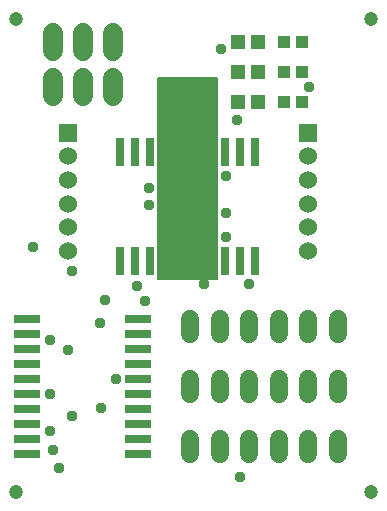
<source format=gbr>
G04 EAGLE Gerber X2 export*
%TF.Part,Single*%
%TF.FileFunction,Soldermask,Top,1*%
%TF.FilePolarity,Negative*%
%TF.GenerationSoftware,Autodesk,EAGLE,9.1.0*%
%TF.CreationDate,2018-11-28T00:36:44Z*%
G75*
%MOMM*%
%FSLAX34Y34*%
%LPD*%
%AMOC8*
5,1,8,0,0,1.08239X$1,22.5*%
G01*
%ADD10C,1.203200*%
%ADD11R,0.803200X2.403200*%
%ADD12R,1.524000X1.524000*%
%ADD13C,1.524000*%
%ADD14C,1.511200*%
%ADD15R,2.184400X0.762000*%
%ADD16R,1.003200X1.003200*%
%ADD17R,1.203200X1.303200*%
%ADD18C,1.727200*%
%ADD19C,0.959600*%

G36*
X190020Y199242D02*
X190020Y199242D01*
X190039Y199240D01*
X190141Y199262D01*
X190243Y199279D01*
X190260Y199288D01*
X190280Y199292D01*
X190369Y199345D01*
X190460Y199394D01*
X190474Y199408D01*
X190491Y199418D01*
X190558Y199497D01*
X190630Y199572D01*
X190638Y199590D01*
X190651Y199605D01*
X190690Y199701D01*
X190733Y199795D01*
X190735Y199815D01*
X190743Y199833D01*
X190761Y200000D01*
X190761Y370000D01*
X190758Y370020D01*
X190760Y370039D01*
X190738Y370141D01*
X190722Y370243D01*
X190712Y370260D01*
X190708Y370280D01*
X190655Y370369D01*
X190606Y370460D01*
X190592Y370474D01*
X190582Y370491D01*
X190503Y370558D01*
X190428Y370630D01*
X190410Y370638D01*
X190395Y370651D01*
X190299Y370690D01*
X190205Y370733D01*
X190185Y370735D01*
X190167Y370743D01*
X190000Y370761D01*
X140000Y370761D01*
X139980Y370758D01*
X139961Y370760D01*
X139859Y370738D01*
X139757Y370722D01*
X139740Y370712D01*
X139720Y370708D01*
X139631Y370655D01*
X139540Y370606D01*
X139526Y370592D01*
X139509Y370582D01*
X139442Y370503D01*
X139371Y370428D01*
X139362Y370410D01*
X139349Y370395D01*
X139310Y370299D01*
X139267Y370205D01*
X139265Y370185D01*
X139257Y370167D01*
X139239Y370000D01*
X139239Y200000D01*
X139242Y199980D01*
X139240Y199961D01*
X139262Y199859D01*
X139279Y199757D01*
X139288Y199740D01*
X139292Y199720D01*
X139345Y199631D01*
X139394Y199540D01*
X139408Y199526D01*
X139418Y199509D01*
X139497Y199442D01*
X139572Y199371D01*
X139590Y199362D01*
X139605Y199349D01*
X139701Y199310D01*
X139795Y199267D01*
X139815Y199265D01*
X139833Y199257D01*
X140000Y199239D01*
X190000Y199239D01*
X190020Y199242D01*
G37*
D10*
X20000Y420000D03*
X20000Y20000D03*
X320000Y420000D03*
X320000Y20000D03*
D11*
X120650Y215300D03*
X196850Y307300D03*
X107950Y215300D03*
X133350Y215300D03*
X146050Y215300D03*
X184150Y307300D03*
X209550Y307300D03*
X222250Y307300D03*
X171450Y215300D03*
X209550Y215300D03*
X158750Y215300D03*
X184150Y215300D03*
X222250Y215300D03*
X196850Y215300D03*
X171450Y307300D03*
X158750Y307300D03*
X146050Y307300D03*
X133350Y307300D03*
X120650Y307300D03*
X107950Y307300D03*
D12*
X266700Y324000D03*
D13*
X266700Y304000D03*
X266700Y284000D03*
X266700Y264000D03*
X266700Y244000D03*
X266700Y224000D03*
D12*
X63500Y324000D03*
D13*
X63500Y304000D03*
X63500Y284000D03*
X63500Y264000D03*
X63500Y244000D03*
X63500Y224000D03*
D14*
X292100Y166240D02*
X292100Y153160D01*
X267100Y153160D02*
X267100Y166240D01*
X242100Y166240D02*
X242100Y153160D01*
X217100Y153160D02*
X217100Y166240D01*
X192100Y166240D02*
X192100Y153160D01*
X167100Y153160D02*
X167100Y166240D01*
X292100Y64640D02*
X292100Y51560D01*
X267100Y51560D02*
X267100Y64640D01*
X242100Y64640D02*
X242100Y51560D01*
X217100Y51560D02*
X217100Y64640D01*
X192100Y64640D02*
X192100Y51560D01*
X167100Y51560D02*
X167100Y64640D01*
X292100Y102360D02*
X292100Y115440D01*
X267100Y115440D02*
X267100Y102360D01*
X242100Y102360D02*
X242100Y115440D01*
X217100Y115440D02*
X217100Y102360D01*
X192100Y102360D02*
X192100Y115440D01*
X167100Y115440D02*
X167100Y102360D01*
D15*
X123190Y51750D03*
X123190Y64450D03*
X123190Y77150D03*
X123190Y89850D03*
X123190Y102550D03*
X123190Y115250D03*
X123190Y127950D03*
X123190Y140650D03*
X123190Y153350D03*
X123190Y166050D03*
X29210Y166050D03*
X29210Y153350D03*
X29210Y140650D03*
X29210Y127950D03*
X29210Y115250D03*
X29210Y102550D03*
X29210Y89850D03*
X29210Y77150D03*
X29210Y64450D03*
X29210Y51750D03*
D16*
X246500Y401000D03*
X261500Y401000D03*
X246500Y375600D03*
X261500Y375600D03*
D17*
X207400Y401000D03*
X224400Y401000D03*
X207400Y375600D03*
X224400Y375600D03*
D16*
X246500Y350200D03*
X261500Y350200D03*
D17*
X207400Y350200D03*
X224400Y350200D03*
D18*
X101600Y393380D02*
X101600Y408620D01*
X76200Y408620D02*
X76200Y393380D01*
X50800Y393380D02*
X50800Y408620D01*
X101600Y370520D02*
X101600Y355280D01*
X76200Y355280D02*
X76200Y370520D01*
X50800Y370520D02*
X50800Y355280D01*
D19*
X177800Y330200D03*
X165100Y330200D03*
X152400Y330200D03*
X152400Y342900D03*
X165100Y342900D03*
X177800Y342900D03*
X177800Y355600D03*
X165100Y355600D03*
X152400Y355600D03*
X48633Y102921D03*
X104052Y115362D03*
X193401Y394719D03*
X178698Y195663D03*
X66729Y83694D03*
X209235Y32799D03*
X206973Y334776D03*
X132327Y277571D03*
X91611Y90480D03*
X95004Y182091D03*
X66729Y206973D03*
X33930Y227331D03*
X128934Y181615D03*
X197925Y255606D03*
X268047Y363051D03*
X132327Y262392D03*
X48633Y71253D03*
X217152Y195663D03*
X55895Y40240D03*
X50895Y55419D03*
X48633Y148161D03*
X197925Y287274D03*
X90480Y162864D03*
X122148Y194532D03*
X63336Y140244D03*
X197925Y235248D03*
M02*

</source>
